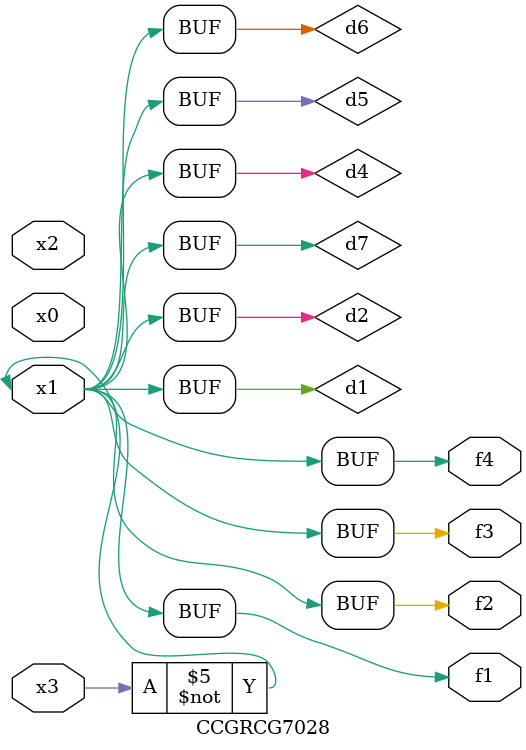
<source format=v>
module CCGRCG7028(
	input x0, x1, x2, x3,
	output f1, f2, f3, f4
);

	wire d1, d2, d3, d4, d5, d6, d7;

	not (d1, x3);
	buf (d2, x1);
	xnor (d3, d1, d2);
	nor (d4, d1);
	buf (d5, d1, d2);
	buf (d6, d4, d5);
	nand (d7, d4);
	assign f1 = d6;
	assign f2 = d7;
	assign f3 = d6;
	assign f4 = d6;
endmodule

</source>
